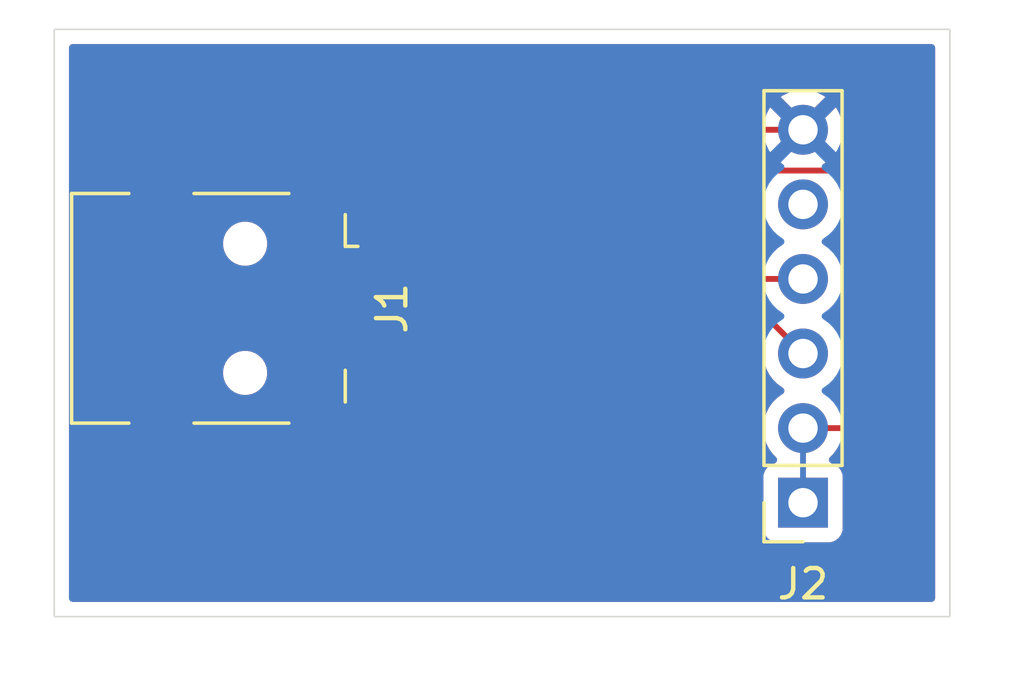
<source format=kicad_pcb>
(kicad_pcb (version 20241229) (generator "pcbnew") (generator_version "9.0")
  (layers (0 "F.Cu" signal) (2 "B.Cu" signal) (13 "F.Paste" user) (15 "B.Paste" user) (5 "F.SilkS" user "F.Silkscreen") (7 "B.SilkS" user "B.Silkscreen") (1 "F.Mask" user) (3 "B.Mask" user) (25 "Edge.Cuts" user))
  (net 0 "")
  (net 1 "GND")
  (net 3 "Net-(J1-VBUS)")
  (net 5 "/D+")
  (net 6 "/D-")
  (footprint "Connector_USB:USB_Mini-B_Lumberg_2486_01_Horizontal" (layer "F.Cu") (at 104 120.5 -90)
    (property "Reference" "J1" (at 0 -5 90) (layer "F.SilkS"))
    (property "Value" "USB_B_Micro")
    (fp_line (start -3.91 5.91) (end -3.91 3.96) (stroke (width 0.12)) (layer "F.SilkS"))
    (fp_line (start 3.91 5.91) (end -3.91 5.91) (stroke (width 0.12)) (layer "F.SilkS"))
    (fp_line (start 3.91 5.91) (end 3.91 3.96) (stroke (width 0.12)) (layer "F.SilkS"))
    (fp_line (start -3.91 1.74) (end -3.91 -1.49) (stroke (width 0.12)) (layer "F.SilkS"))
    (fp_line (start 3.91 1.74) (end 3.91 -1.49) (stroke (width 0.12)) (layer "F.SilkS"))
    (fp_line (start -3.19 -3.41) (end -2.11 -3.41) (stroke (width 0.12)) (layer "F.SilkS"))
    (fp_line (start -2.11 -3.41) (end -2.11 -3.84) (stroke (width 0.12)) (layer "F.SilkS"))
    (fp_line (start 2.11 -3.41) (end 3.19 -3.41) (stroke (width 0.12)) (layer "F.SilkS"))
    (pad "" np_thru_hole circle (at -2.2 0 270) (size 1 1) (drill 1) (layers "*.Cu" "*.Mask"))
    (pad "" np_thru_hole circle (at 2.2 0 270) (size 1 1) (drill 1) (layers "*.Cu" "*.Mask"))
    (pad "1" smd rect (at -1.6 -2.7 270) (size 0.5 2) (layers "F.Cu" "F.Mask" "F.Paste") (net 3 "Net-(J1-VBUS)"))
    (pad "2" smd rect (at -0.8 -2.7 270) (size 0.5 2) (layers "F.Cu" "F.Mask" "F.Paste") (net 6 "/D-"))
    (pad "3" smd rect (at 0 -2.7 270) (size 0.5 2) (layers "F.Cu" "F.Mask" "F.Paste") (net 5 "/D+"))
    (pad "4" smd rect (at 0.8 -2.7 270) (size 0.5 2) (layers "F.Cu" "F.Mask" "F.Paste"))
    (pad "5" smd rect (at 1.6 -2.7 270) (size 0.5 2) (layers "F.Cu" "F.Mask" "F.Paste") (net 1 "GND"))
    (pad "6" smd rect (at -4.45 -2.6 270) (size 2 1.7) (layers "F.Cu" "F.Mask" "F.Paste") (net 1 "GND"))
    (pad "6" smd rect (at -4.45 2.85 270) (size 2 1.7) (layers "F.Cu" "F.Mask" "F.Paste") (net 1 "GND"))
    (pad "6" smd rect (at 4.45 -2.6 270) (size 2 1.7) (layers "F.Cu" "F.Mask" "F.Paste") (net 1 "GND"))
    (pad "6" smd rect (at 4.45 2.85 270) (size 2 1.7) (layers "F.Cu" "F.Mask" "F.Paste") (net 1 "GND"))
  )
  (footprint "Connector_PinSocket_2.54mm:PinSocket_1x06_P2.54mm_Vertical" (layer "F.Cu") (at 123 127.12 180)
    (property "Reference" "J2" (at 0 -2.77 0) (layer "F.SilkS"))
    (property "Value" "Conn_01x06_Socket")
    (fp_line (start 1.33 1.27) (end 1.33 14.03) (stroke (width 0.12)) (layer "F.SilkS"))
    (fp_line (start 1.33 -1.33) (end 1.33 0) (stroke (width 0.12)) (layer "F.SilkS"))
    (fp_line (start 0 -1.33) (end 1.33 -1.33) (stroke (width 0.12)) (layer "F.SilkS"))
    (fp_line (start -1.33 14.03) (end 1.33 14.03) (stroke (width 0.12)) (layer "F.SilkS"))
    (fp_line (start -1.33 1.27) (end 1.33 1.27) (stroke (width 0.12)) (layer "F.SilkS"))
    (fp_line (start -1.33 1.27) (end -1.33 14.03) (stroke (width 0.12)) (layer "F.SilkS"))
    (pad "1" thru_hole rect (at 0 0 180) (size 1.7 1.7) (drill 1) (layers "*.Cu" "*.Mask") (net 3 "Net-(J1-VBUS)"))
    (pad "2" thru_hole circle (at 0 2.54 180) (size 1.7 1.7) (drill 1) (layers "*.Cu" "*.Mask") (net 3 "Net-(J1-VBUS)"))
    (pad "3" thru_hole circle (at 0 5.08 180) (size 1.7 1.7) (drill 1) (layers "*.Cu" "*.Mask") (net 5 "/D+"))
    (pad "4" thru_hole circle (at 0 7.62 180) (size 1.7 1.7) (drill 1) (layers "*.Cu" "*.Mask") (net 6 "/D-"))
    (pad "5" thru_hole circle (at 0 10.16 180) (size 1.7 1.7) (drill 1) (layers "*.Cu" "*.Mask"))
    (pad "6" thru_hole circle (at 0 12.7 180) (size 1.7 1.7) (drill 1) (layers "*.Cu" "*.Mask") (net 1 "GND"))
  )
  (gr_rect (start 97.5 111) (end 128 131) (stroke (width 0.05)) (fill no) (layer "Edge.Cuts"))
  (segment (start 106.6 124.95) (end 105.399 123.749) (width 0.2) (layer "F.Cu") (net 1))
  (segment (start 106.7 122.1) (end 106.7 124.85) (width 0.2) (layer "F.Cu") (net 1))
  (segment (start 101.15 124.95) (end 106.6 124.95) (width 0.2) (layer "F.Cu") (net 1))
  (segment (start 106.6 116.05) (end 108.23 114.42) (width 0.2) (layer "F.Cu") (net 1))
  (segment (start 104.198 116.05) (end 105.399 117.251) (width 0.2) (layer "F.Cu") (net 1))
  (segment (start 105.399 117.251) (end 106.6 116.05) (width 0.2) (layer "F.Cu") (net 1))
  (segment (start 105.399 123.749) (end 105.399 117.251) (width 0.2) (layer "F.Cu") (net 1))
  (segment (start 108.23 114.42) (end 123 114.42) (width 0.2) (layer "F.Cu") (net 1))
  (segment (start 101.15 116.05) (end 104.198 116.05) (width 0.2) (layer "F.Cu") (net 1))
  (segment (start 106.7 124.85) (end 106.6 124.95) (width 0.2) (layer "F.Cu") (net 1))
  (segment (start 125 124.5) (end 124.92 124.58) (width 0.2) (layer "F.Cu") (net 3))
  (segment (start 109.791 115.809) (end 125.309 115.809) (width 0.2) (layer "F.Cu") (net 3))
  (segment (start 125.5 124.5) (end 125 124.5) (width 0.2) (layer "F.Cu") (net 3))
  (segment (start 124.92 124.58) (end 123 124.58) (width 0.2) (layer "F.Cu") (net 3))
  (segment (start 125.309 115.809) (end 125.5 116) (width 0.2) (layer "F.Cu") (net 3))
  (segment (start 106.7 118.9) (end 109.791 115.809) (width 0.2) (layer "F.Cu") (net 3))
  (segment (start 125.5 116) (end 125.5 124.5) (width 0.2) (layer "F.Cu") (net 3))
  (segment (start 123 124.58) (end 123 127.12) (width 0.2) (layer "B.Cu") (net 3))
  (segment (start 112.093198 117.225) (end 118.185 117.225) (width 0.2) (layer "F.Cu") (net 5))
  (segment (start 108.375001 120.325) (end 108.993198 120.325) (width 0.2) (layer "F.Cu") (net 5))
  (segment (start 108.200001 120.5) (end 108.375001 120.325) (width 0.2) (layer "F.Cu") (net 5))
  (segment (start 118.185 117.225) (end 123 122.04) (width 0.2) (layer "F.Cu") (net 5))
  (segment (start 106.7 120.5) (end 108.200001 120.5) (width 0.2) (layer "F.Cu") (net 5))
  (segment (start 108.993198 120.325) (end 112.093198 117.225) (width 0.2) (layer "F.Cu") (net 5))
  (segment (start 109.000823 119.341568) (end 108.888463 119.229208) (width 0.2) (layer "F.Cu") (net 6))
  (segment (start 121.096397 119.5) (end 123 119.5) (width 0.2) (layer "F.Cu") (net 6))
  (segment (start 108.200001 119.7) (end 108.375001 119.875) (width 0.2) (layer "F.Cu") (net 6))
  (segment (start 109.312727 118.804945) (end 109.425088 118.917306) (width 0.2) (layer "F.Cu") (net 6))
  (segment (start 108.375001 119.875) (end 108.806802 119.875) (width 0.2) (layer "F.Cu") (net 6))
  (segment (start 109.849352 118.832451) (end 110.260707 118.421095) (width 0.2) (layer "F.Cu") (net 6))
  (segment (start 108.806802 119.875) (end 109.000822 119.68098) (width 0.2) (layer "F.Cu") (net 6))
  (segment (start 108.888462 118.889798) (end 108.973317 118.804944) (width 0.2) (layer "F.Cu") (net 6))
  (segment (start 106.7 119.7) (end 108.200001 119.7) (width 0.2) (layer "F.Cu") (net 6))
  (segment (start 110.260707 118.421095) (end 111.906802 116.775) (width 0.2) (layer "F.Cu") (net 6))
  (segment (start 109.7645 118.917305) (end 109.849352 118.832451) (width 0.2) (layer "F.Cu") (net 6))
  (segment (start 111.906802 116.775) (end 118.371397 116.775) (width 0.2) (layer "F.Cu") (net 6))
  (segment (start 118.371397 116.775) (end 121.096397 119.5) (width 0.2) (layer "F.Cu") (net 6))
  (arc (start 109.425088 118.917306) (mid 109.594793 118.987601) (end 109.7645 118.917305) (width 0.2) (layer "F.Cu") (net 6))
  (arc (start 108.973317 118.804944) (mid 109.143022 118.73465) (end 109.312727 118.804945) (width 0.2) (layer "F.Cu") (net 6))
  (arc (start 108.888463 119.229208) (mid 108.818169 119.059502) (end 108.888462 118.889798) (width 0.2) (layer "F.Cu") (net 6))
  (arc (start 109.000822 119.68098) (mid 109.071117 119.511274) (end 109.000823 119.341568) (width 0.2) (layer "F.Cu") (net 6))
  (zone (net 1) (net_name "GND") (layers "F.Cu" "B.Cu") (priority 1) (connect_pads (clearance 0.5)) (min_thickness 0.25) (fill yes (thermal_gap 0.5) (thermal_bridge_width 0.5))
    (polygon (pts (xy 130 133) (xy 96.5 133) (xy 96.5 111) (xy 97.5 110) (xy 130 110)))
  )
)
</source>
